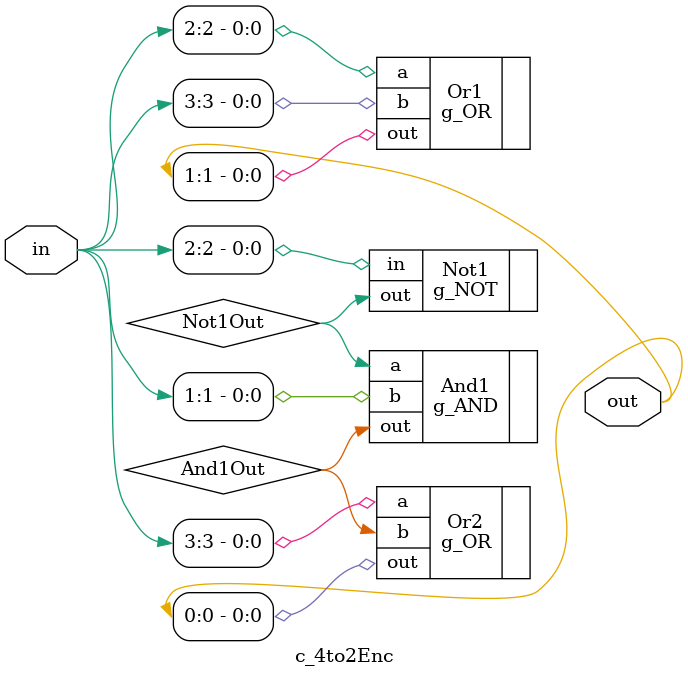
<source format=v>

module c_4to2Enc
(
    input  [3:0] in,
    output [1:0] out
);

wire Not1Out, And1Out;
g_NOT Not1 ( .in(in[2]),               .out(Not1Out) );
g_AND And1 ( .a(Not1Out), .b(in[1]),   .out(And1Out) );
g_OR  Or1  ( .a(in[2]),   .b(in[3]),   .out(out[1])  );
g_OR  Or2  ( .a(in[3]),   .b(And1Out), .out(out[0])  );

endmodule

</source>
